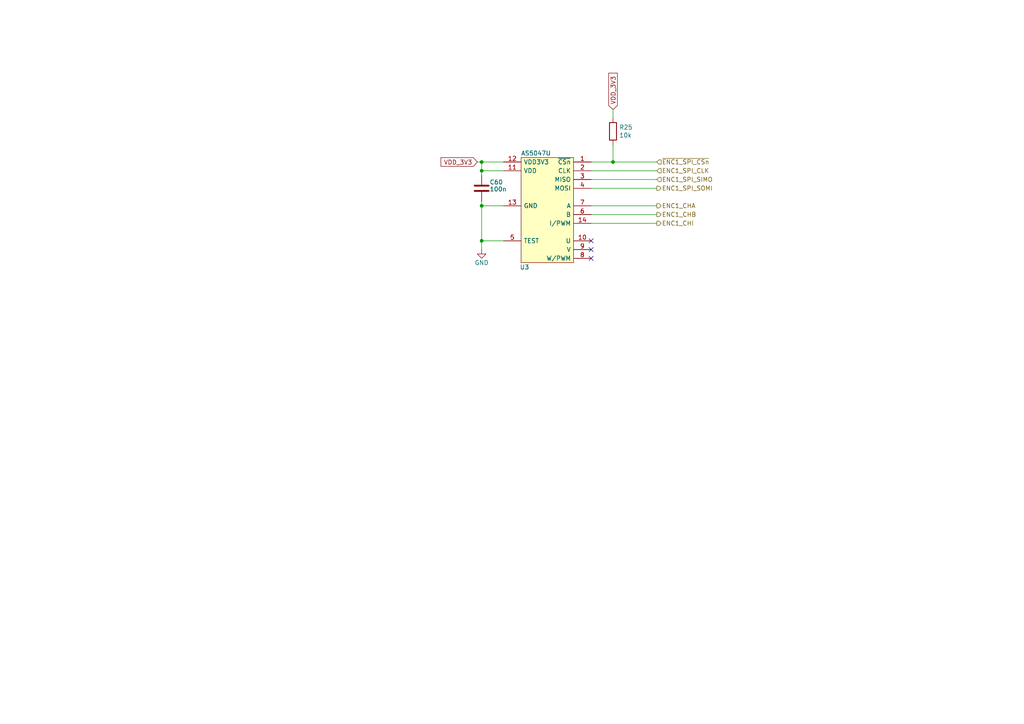
<source format=kicad_sch>
(kicad_sch (version 20231120) (generator "eeschema") (generator_version "8.0")
  (paper "A4")
  (title_block (title "Open MOtor DRiver Initiative  - Single Axis (OMODRI_SA)") (date "2024-03-20") (rev "1.0") (company "LAAS/CNRS"))
  (lib_symbols
    (symbol "Device:C" (pin_numbers hide) (pin_names (offset 0.254))
      (property "Reference" "C" (at 0.635 2.54 0))
      (property "Value" "C" (at 0.635 -2.54 0))
      (symbol "C_0_1"
        (polyline (pts (xy -2.032 -0.762) (xy 2.032 -0.762)) (stroke (width 0.508)))
        (polyline (pts (xy -2.032 0.762) (xy 2.032 0.762)) (stroke (width 0.508)))
      )
      (symbol "C_1_1"
        (pin passive line (at 0 3.81 270) (length 2.794) (name "~") (number "1"))
        (pin passive line (at 0 -3.81 90) (length 2.794) (name "~") (number "2"))
      )
    )
    (symbol "Device:R" (pin_numbers hide) (pin_names (offset 0))
      (property "Reference" "R" (at 2.032 0 90))
      (property "Value" "R" (at 0 0 90))
      (symbol "R_0_1"
        (rectangle (start -1.016 -2.54) (end 1.016 2.54) (stroke (width 0.254)))
      )
      (symbol "R_1_1"
        (pin passive line (at 0 3.81 270) (length 1.27) (name "~") (number "1"))
        (pin passive line (at 0 -3.81 90) (length 1.27) (name "~") (number "2"))
      )
    )
    (symbol "omodri_lib:AS5047U" (pin_names (offset 0.762))
      (property "Reference" "U" (at 0 14.478 0))
      (property "Value" "AS5047U" (at 0 12.446 0))
      (symbol "AS5047U_0_0"
        (pin passive line (at 12.7 -12.7 180) (length 5.08) (name "U") (number "10"))
        (pin passive line (at -12.7 7.62 0) (length 5.08) (name "VDD") (number "11"))
        (pin passive line (at -12.7 10.16 0) (length 5.08) (name "VDD3V3") (number "12"))
        (pin passive line (at -12.7 -2.54 0) (length 5.08) (name "GND") (number "13"))
        (pin passive line (at 12.7 -7.62 180) (length 5.08) (name "I/PWM") (number "14"))
        (pin passive line (at 12.7 7.62 180) (length 5.08) (name "CLK") (number "2"))
        (pin passive line (at 12.7 5.08 180) (length 5.08) (name "MISO") (number "3"))
        (pin passive line (at 12.7 2.54 180) (length 5.08) (name "MOSI") (number "4"))
        (pin passive line (at -12.7 -12.7 0) (length 5.08) (name "TEST") (number "5"))
        (pin passive line (at 12.7 -5.08 180) (length 5.08) (name "B") (number "6"))
        (pin passive line (at 12.7 -2.54 180) (length 5.08) (name "A") (number "7"))
        (pin passive line (at 12.7 -17.78 180) (length 5.08) (name "W/PWM") (number "8"))
        (pin passive line (at 12.7 -15.24 180) (length 5.08) (name "V") (number "9"))
      )
      (symbol "AS5047U_1_0"
        (pin passive line (at 12.7 10.16 180) (length 5.08) (name "~{CSn}") (number "1"))
      )
      (symbol "AS5047U_1_1"
        (rectangle (start -7.62 11.43) (end 7.62 -19.05) (fill (type background)))
      )
    )
    (symbol "power:GND" (power) (pin_numbers hide) (pin_names (offset 0) hide)
      (property "Value" "GND" (at 0 -3.81 0))
      (symbol "GND_0_1"
        (polyline (pts (xy 0 0) (xy 0 -1.27) (xy 1.27 -1.27) (xy 0 -2.54) (xy -1.27 -1.27) (xy 0 -1.27)))
      )
      (symbol "GND_1_1"
        (pin power_in line (at 0 0 270) (length 0) (name "~") (number "1"))
      )
    )
  )
  (junction (at 139.7 69.85))
  (junction (at 139.7 49.53))
  (junction (at 139.7 59.69))
  (junction (at 139.7 46.99))
  (junction (at 177.8 46.99))
  (no_connect (at 171.45 72.39))
  (no_connect (at 171.45 69.85))
  (no_connect (at 171.45 74.93))
  (wire (pts (xy 171.45 62.23) (xy 190.5 62.23)))
  (wire (pts (xy 139.7 69.85) (xy 139.7 72.39)))
  (wire (pts (xy 171.45 64.77) (xy 190.5 64.77)))
  (wire (pts (xy 171.45 49.53) (xy 190.5 49.53)))
  (wire (pts (xy 139.7 59.69) (xy 139.7 69.85)))
  (wire (pts (xy 139.7 69.85) (xy 146.05 69.85)))
  (wire (pts (xy 139.7 46.99) (xy 139.7 49.53)))
  (wire (pts (xy 139.7 49.53) (xy 139.7 50.8)))
  (wire (pts (xy 177.8 46.99) (xy 190.5 46.99)))
  (wire (pts (xy 177.8 46.99) (xy 177.8 41.91)))
  (wire (pts (xy 138.43 46.99) (xy 139.7 46.99)))
  (wire (pts (xy 139.7 58.42) (xy 139.7 59.69)))
  (wire (pts (xy 171.45 52.07) (xy 190.5 52.07)))
  (wire (pts (xy 171.45 59.69) (xy 190.5 59.69)))
  (wire (pts (xy 146.05 49.53) (xy 139.7 49.53)))
  (wire (pts (xy 146.05 59.69) (xy 139.7 59.69)))
  (wire (pts (xy 139.7 46.99) (xy 146.05 46.99)))
  (wire (pts (xy 171.45 54.61) (xy 190.5 54.61)))
  (wire (pts (xy 171.45 46.99) (xy 177.8 46.99)))
  (wire (pts (xy 177.8 31.75) (xy 177.8 34.29)))
  (global_label "VDD_3V3" (shape input) (at 177.8 31.75 90) (property "Intersheetrefs" "${INTERSHEET_REFS}" (effects (hide yes))) (property "Références Inter-Feuilles" "${INTERSHEET_REFS}" (effects (hide yes))))
  (global_label "VDD_3V3" (shape input) (at 138.43 46.99 180) (property "Intersheetrefs" "${INTERSHEET_REFS}" (effects (hide yes))))
  (hierarchical_label "ENC1_CHB" (shape output) (at 190.5 62.23 0))
  (hierarchical_label "ENC1_SPI_SIMO" (shape input) (at 190.5 52.07 0))
  (hierarchical_label "ENC1_SPI_SOMI" (shape output) (at 190.5 54.61 0))
  (hierarchical_label "ENC1_SPI_CLK" (shape input) (at 190.5 49.53 0))
  (hierarchical_label "ENC1_CHI" (shape output) (at 190.5 64.77 0))
  (hierarchical_label "~{ENC1_SPI_CSn}" (shape input) (at 190.5 46.99 0))
  (hierarchical_label "ENC1_CHA" (shape output) (at 190.5 59.69 0))
  (symbol (lib_id "power:GND") (at 139.7 72.39 0) (unit 1)
    (property "Reference" "#PWR080" (effects (hide yes)))
    (property "Value" "GND" (at 139.7 76.2 0))
    (property "Description" "Power symbol creates a global label with name \"GND\" , ground" (effects (hide yes)))
  )
  (symbol (lib_id "Device:C") (at 139.7 54.61 0) (unit 1)
    (property "Reference" "C60" (at 141.986 52.832 0) (effects (justify left)))
    (property "Value" "100n" (at 141.986 54.864 0) (effects (justify left)))
    (property "Footprint" "Capacitor_SMD:C_0201_0603Metric" (effects (hide yes)))
    (property "Datasheet" "https://www.murata.com/en-eu/products/productdetail?partno=GRM033R61E104KE14%23" (effects (hide yes)))
    (property "Description" "0201, 100nf, 25V,  ±10%, X5R, SMD MLCC" (effects (hide yes)))
    (property "DigiKey" "490-12686-1-ND" (effects (hide yes)))
    (property "Farnell" "2990693" (effects (hide yes)))
    (property "Mouser" "81-GRM033R61E104KE4D" (effects (hide yes)))
    (property "Part No" "GRM033R61E104KE14D" (effects (hide yes)))
    (property "RS" "185-2066" (effects (hide yes)))
    (property "LCSC" "C76939" (effects (hide yes)))
    (property "Manufacturer" "MURATA" (effects (hide yes)))
    (property "Assembling" "SMD" (effects (hide yes)))
  )
  (symbol (lib_id "Device:R") (at 177.8 38.1 180) (unit 1)
    (property "Reference" "R25" (at 179.578 36.9316 0) (effects (justify right)))
    (property "Value" "10k" (at 179.578 39.243 0) (effects (justify right)))
    (property "Footprint" "Resistor_SMD:R_0201_0603Metric" (effects (hide yes)))
    (property "Datasheet" "https://industrial.panasonic.com/sa/products/pt/general-purpose-chip-resistors/models/ERJ1GNF1002C" (effects (hide yes)))
    (property "Description" "0201, 10kΩ, 0.05W, ±1%, SMD  resistor" (effects (hide yes)))
    (property "DigiKey" "P122414CT-ND" (effects (hide yes)))
    (property "Farnell" "2302362" (effects (hide yes)))
    (property "Mouser" "667-ERJ-1GNF1002C" (effects (hide yes)))
    (property "Part No" "ERJ1GNF1002C" (effects (hide yes)))
    (property "RS" "176-3597" (effects (hide yes)))
    (property "LCSC" "C717002" (effects (hide yes)))
    (property "Manufacturer" "PANASONIC" (effects (hide yes)))
    (property "Assembling" "SMD" (effects (hide yes)))
  )
  (symbol (lib_id "omodri_lib:AS5047U") (at 158.75 57.15 0) (unit 1)
    (property "Reference" "U3" (at 152.146 77.47 0))
    (property "Value" "AS5047U" (at 155.448 44.45 0))
    (property "Footprint" "Package_SO:TSSOP-14_4.4x5mm_P0.65mm" (effects (hide yes)))
    (property "Datasheet" "https://look.ams-osram.com/m/48d90c982e0879e8/original/AS5047U-DS000637.pdf" (effects (hide yes)))
    (property "Description" "TSSOP14, 14-Bit On-Axis relative and absolute magnetic rotary encoder" (effects (hide yes)))
    (property "Manufacturer" "OSRAM/AMS" (effects (hide yes)))
    (property "DigiKey" "4991-AS5047U-HTSMCT-ND" (effects (hide yes)))
    (property "Farnell" "4328200" (effects (hide yes)))
    (property "LCSC" "C2153630" (effects (hide yes)))
    (property "Mouser" "985-AS5047U-HTSM" (effects (hide yes)))
    (property "Part No" "AS5047U-HTSM" (effects (hide yes)))
    (property "RS" "200-9466" (effects (hide yes)))
    (property "Assembling" "SMD" (effects (hide yes)))
  )
)
</source>
